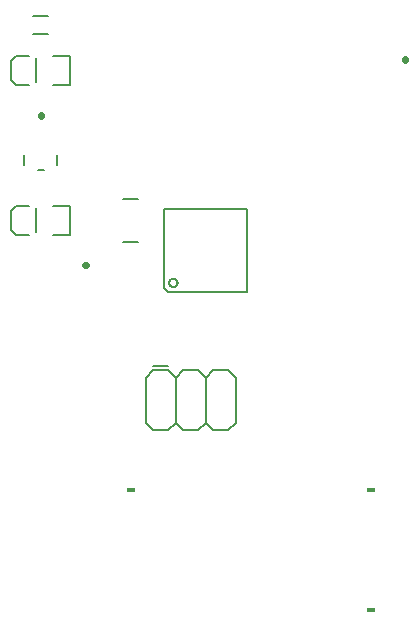
<source format=gbo>
G75*
G70*
%OFA0B0*%
%FSLAX24Y24*%
%IPPOS*%
%LPD*%
%AMOC8*
5,1,8,0,0,1.08239X$1,22.5*
%
%ADD10C,0.0220*%
%ADD11C,0.0080*%
%ADD12C,0.0050*%
%ADD13C,0.0060*%
%ADD14R,0.0300X0.0180*%
D10*
X003648Y014160D02*
X003672Y014160D01*
X002160Y019148D02*
X002160Y019172D01*
X014310Y020998D02*
X014310Y021022D01*
D11*
X008410Y010660D02*
X007910Y010660D01*
X007660Y010410D01*
X007660Y008910D01*
X007910Y008660D01*
X008410Y008660D01*
X008660Y008910D01*
X008660Y010410D01*
X008410Y010660D01*
X007660Y010410D02*
X007410Y010660D01*
X006910Y010660D01*
X006660Y010410D01*
X006660Y008910D01*
X006910Y008660D01*
X007410Y008660D01*
X007660Y008910D01*
X006660Y008910D02*
X006410Y008660D01*
X005910Y008660D01*
X005660Y008910D01*
X005660Y010410D01*
X005910Y010660D01*
X006410Y010660D01*
X006660Y010410D01*
X006410Y010792D02*
X005910Y010792D01*
X005416Y014951D02*
X004904Y014951D01*
X004904Y016369D02*
X005416Y016369D01*
X003144Y016132D02*
X003144Y015188D01*
X002554Y015188D01*
X002554Y016132D02*
X003144Y016132D01*
X002720Y017491D02*
X002720Y017829D01*
X002266Y017341D02*
X002054Y017341D01*
X001600Y017491D02*
X001600Y017829D01*
X001766Y016132D02*
X001333Y016132D01*
X001176Y015975D01*
X001176Y015345D01*
X001333Y015188D01*
X001766Y015188D01*
X001766Y020188D02*
X001333Y020188D01*
X001176Y020345D01*
X001176Y020975D01*
X001333Y021132D01*
X001766Y021132D01*
X001910Y021860D02*
X002410Y021860D01*
X002554Y021132D02*
X003144Y021132D01*
X003144Y020188D01*
X002554Y020188D01*
X002410Y022460D02*
X001910Y022460D01*
D12*
X002010Y021060D02*
X002010Y020260D01*
X002010Y016060D02*
X002010Y015260D01*
D13*
X006280Y016040D02*
X006280Y013420D01*
X006420Y013280D01*
X009040Y013280D01*
X009040Y016040D01*
X006280Y016040D01*
X006439Y013580D02*
X006441Y013603D01*
X006447Y013626D01*
X006456Y013647D01*
X006469Y013667D01*
X006485Y013684D01*
X006503Y013698D01*
X006523Y013709D01*
X006545Y013717D01*
X006568Y013721D01*
X006592Y013721D01*
X006615Y013717D01*
X006637Y013709D01*
X006657Y013698D01*
X006675Y013684D01*
X006691Y013667D01*
X006704Y013647D01*
X006713Y013626D01*
X006719Y013603D01*
X006721Y013580D01*
X006719Y013557D01*
X006713Y013534D01*
X006704Y013513D01*
X006691Y013493D01*
X006675Y013476D01*
X006657Y013462D01*
X006637Y013451D01*
X006615Y013443D01*
X006592Y013439D01*
X006568Y013439D01*
X006545Y013443D01*
X006523Y013451D01*
X006503Y013462D01*
X006485Y013476D01*
X006469Y013493D01*
X006456Y013513D01*
X006447Y013534D01*
X006441Y013557D01*
X006439Y013580D01*
D14*
X005160Y006660D03*
X013160Y006660D03*
X013160Y002660D03*
M02*

</source>
